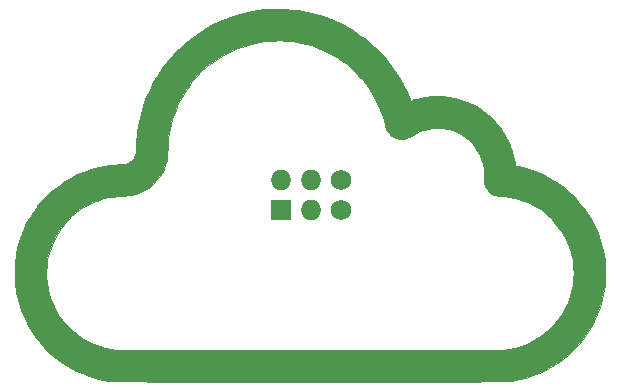
<source format=gbr>
%TF.GenerationSoftware,KiCad,Pcbnew,(6.0.4)*%
%TF.CreationDate,2022-04-09T23:45:41+02:00*%
%TF.ProjectId,cloud,636c6f75-642e-46b6-9963-61645f706362,rev?*%
%TF.SameCoordinates,Original*%
%TF.FileFunction,Soldermask,Top*%
%TF.FilePolarity,Negative*%
%FSLAX46Y46*%
G04 Gerber Fmt 4.6, Leading zero omitted, Abs format (unit mm)*
G04 Created by KiCad (PCBNEW (6.0.4)) date 2022-04-09 23:45:41*
%MOMM*%
%LPD*%
G01*
G04 APERTURE LIST*
%ADD10C,0.010000*%
%ADD11O,1.727200X1.727200*%
%ADD12R,1.727200X1.727200*%
%ADD13C,1.727200*%
G04 APERTURE END LIST*
%TO.C,Ne*%
G36*
X-24985335Y-6169495D02*
G01*
X-24982170Y-6007205D01*
X-24976799Y-5864307D01*
X-24968683Y-5733155D01*
X-24957284Y-5606104D01*
X-24942063Y-5475507D01*
X-24922480Y-5333719D01*
X-24897999Y-5173094D01*
X-24879824Y-5058833D01*
X-24773682Y-4516213D01*
X-24629923Y-3969397D01*
X-24451413Y-3426564D01*
X-24241022Y-2895891D01*
X-24001615Y-2385556D01*
X-23830504Y-2066325D01*
X-23753589Y-1935742D01*
X-23657845Y-1781844D01*
X-23549447Y-1613855D01*
X-23434567Y-1441002D01*
X-23319379Y-1272506D01*
X-23210056Y-1117594D01*
X-23112772Y-985489D01*
X-23070937Y-931333D01*
X-22660345Y-444072D01*
X-22224413Y9765D01*
X-21763924Y429627D01*
X-21279655Y814964D01*
X-20772387Y1165226D01*
X-20242901Y1479864D01*
X-19691976Y1758328D01*
X-19120391Y2000067D01*
X-18700750Y2149669D01*
X-18263436Y2283588D01*
X-17837284Y2392079D01*
X-17411517Y2477098D01*
X-16975356Y2540602D01*
X-16518024Y2584548D01*
X-16199263Y2603792D01*
X-16018927Y2613039D01*
X-15874075Y2622440D01*
X-15757873Y2633176D01*
X-15663485Y2646428D01*
X-15584074Y2663377D01*
X-15512806Y2685203D01*
X-15442843Y2713089D01*
X-15369631Y2747106D01*
X-15193025Y2855879D01*
X-15039242Y2998086D01*
X-14913044Y3168875D01*
X-14860527Y3266065D01*
X-14811812Y3376741D01*
X-14776583Y3481965D01*
X-14752923Y3592183D01*
X-14738915Y3717842D01*
X-14732640Y3869385D01*
X-14731791Y3967346D01*
X-14724390Y4294319D01*
X-14703365Y4649448D01*
X-14669777Y5021185D01*
X-14624692Y5397984D01*
X-14569171Y5768297D01*
X-14562113Y5810250D01*
X-14496540Y6168511D01*
X-14424686Y6505415D01*
X-14343155Y6834324D01*
X-14248553Y7168602D01*
X-14137484Y7521612D01*
X-14094441Y7651023D01*
X-13853115Y8301786D01*
X-13572558Y8938392D01*
X-13254133Y9558691D01*
X-12899202Y10160532D01*
X-12509129Y10741765D01*
X-12085278Y11300240D01*
X-11629012Y11833805D01*
X-11141695Y12340310D01*
X-11089205Y12391424D01*
X-10557135Y12877491D01*
X-10002480Y13327973D01*
X-9426230Y13742384D01*
X-8829374Y14120236D01*
X-8212902Y14461043D01*
X-7577804Y14764316D01*
X-6925068Y15029571D01*
X-6255684Y15256318D01*
X-5570643Y15444071D01*
X-4870933Y15592344D01*
X-4444254Y15662187D01*
X-3873760Y15729292D01*
X-3281837Y15768260D01*
X-2678665Y15779114D01*
X-2074421Y15761879D01*
X-1479285Y15716579D01*
X-973667Y15653887D01*
X-270886Y15528794D01*
X418104Y15364156D01*
X1091989Y15160883D01*
X1749457Y14919882D01*
X2389194Y14642062D01*
X3009887Y14328331D01*
X3610223Y13979598D01*
X4188888Y13596771D01*
X4744569Y13180758D01*
X5275954Y12732467D01*
X5781727Y12252808D01*
X6260577Y11742688D01*
X6711190Y11203015D01*
X7132253Y10634699D01*
X7522452Y10038648D01*
X7780043Y9599103D01*
X7885713Y9403972D01*
X7995446Y9190467D01*
X8105247Y8967137D01*
X8211122Y8742530D01*
X8309076Y8525195D01*
X8395116Y8323682D01*
X8465246Y8146539D01*
X8488562Y8082690D01*
X8515830Y8005630D01*
X8634123Y8046707D01*
X8849868Y8114333D01*
X9096249Y8179111D01*
X9361569Y8238621D01*
X9634133Y8290447D01*
X9902246Y8332168D01*
X10154210Y8361368D01*
X10157060Y8361629D01*
X10324694Y8372700D01*
X10520917Y8378615D01*
X10735509Y8379634D01*
X10958250Y8376019D01*
X11178921Y8368028D01*
X11387302Y8355922D01*
X11573173Y8339960D01*
X11716417Y8321955D01*
X12251388Y8219172D01*
X12767534Y8078487D01*
X13265004Y7899838D01*
X13743949Y7683165D01*
X14204522Y7428408D01*
X14632455Y7145858D01*
X15019635Y6844279D01*
X15389825Y6507607D01*
X15738249Y6141280D01*
X16060129Y5750737D01*
X16350690Y5341419D01*
X16605153Y4918764D01*
X16632539Y4868333D01*
X16811092Y4505919D01*
X16971589Y4120284D01*
X17110211Y3722671D01*
X17223136Y3324317D01*
X17306544Y2936464D01*
X17323300Y2836333D01*
X17338890Y2736728D01*
X17353033Y2646296D01*
X17363811Y2577297D01*
X17368164Y2549358D01*
X17374586Y2518890D01*
X17387974Y2497970D01*
X17416585Y2482513D01*
X17468674Y2468435D01*
X17552499Y2451651D01*
X17573821Y2447606D01*
X18046508Y2342450D01*
X18529744Y2205178D01*
X19013721Y2039484D01*
X19488632Y1849064D01*
X19944667Y1637615D01*
X20372020Y1408831D01*
X20447000Y1364991D01*
X20981255Y1024311D01*
X21486345Y653802D01*
X21961399Y254847D01*
X22405550Y-171169D01*
X22817928Y-622860D01*
X23197662Y-1098843D01*
X23543884Y-1597732D01*
X23855725Y-2118143D01*
X24132314Y-2658691D01*
X24372783Y-3217992D01*
X24576263Y-3794660D01*
X24741883Y-4387312D01*
X24868775Y-4994562D01*
X24956069Y-5615026D01*
X24978563Y-5852583D01*
X24986563Y-5986903D01*
X24991692Y-6153539D01*
X24994096Y-6344230D01*
X24993922Y-6550715D01*
X24991316Y-6764734D01*
X24986424Y-6978027D01*
X24979394Y-7182334D01*
X24970371Y-7369394D01*
X24959501Y-7530946D01*
X24946932Y-7658731D01*
X24946483Y-7662333D01*
X24846921Y-8289511D01*
X24708180Y-8902069D01*
X24530972Y-9498734D01*
X24316005Y-10078231D01*
X24063989Y-10639284D01*
X23775633Y-11180619D01*
X23451647Y-11700962D01*
X23092741Y-12199037D01*
X22699624Y-12673570D01*
X22273005Y-13123287D01*
X21813596Y-13546912D01*
X21547667Y-13767948D01*
X21046690Y-14142539D01*
X20526107Y-14479772D01*
X19986941Y-14779257D01*
X19430215Y-15040603D01*
X18856953Y-15263419D01*
X18268177Y-15447315D01*
X17664912Y-15591900D01*
X17048182Y-15696781D01*
X16419009Y-15761570D01*
X16308917Y-15768685D01*
X16268357Y-15769824D01*
X16186736Y-15770926D01*
X16065324Y-15771992D01*
X15905390Y-15773021D01*
X15708204Y-15774014D01*
X15475036Y-15774970D01*
X15207156Y-15775890D01*
X14905832Y-15776773D01*
X14572337Y-15777620D01*
X14207938Y-15778432D01*
X13813906Y-15779207D01*
X13391510Y-15779946D01*
X12942021Y-15780649D01*
X12466708Y-15781316D01*
X11966841Y-15781947D01*
X11443689Y-15782542D01*
X10898523Y-15783102D01*
X10332613Y-15783626D01*
X9747227Y-15784114D01*
X9143637Y-15784567D01*
X8523111Y-15784984D01*
X7886919Y-15785366D01*
X7236332Y-15785712D01*
X6572619Y-15786023D01*
X5897049Y-15786298D01*
X5210893Y-15786539D01*
X4515421Y-15786744D01*
X3811902Y-15786914D01*
X3101605Y-15787049D01*
X2385802Y-15787149D01*
X1665761Y-15787215D01*
X942752Y-15787245D01*
X218045Y-15787240D01*
X-507089Y-15787201D01*
X-1231382Y-15787127D01*
X-1953564Y-15787018D01*
X-2672364Y-15786875D01*
X-3386513Y-15786697D01*
X-4094742Y-15786485D01*
X-4795779Y-15786239D01*
X-5488357Y-15785958D01*
X-6171204Y-15785642D01*
X-6843051Y-15785293D01*
X-7502628Y-15784909D01*
X-8148666Y-15784492D01*
X-8779894Y-15784040D01*
X-9395043Y-15783554D01*
X-9992844Y-15783034D01*
X-10572025Y-15782481D01*
X-11131318Y-15781893D01*
X-11669453Y-15781272D01*
X-12185159Y-15780617D01*
X-12677168Y-15779929D01*
X-13144209Y-15779207D01*
X-13585013Y-15778451D01*
X-13998309Y-15777662D01*
X-14382829Y-15776840D01*
X-14737301Y-15775984D01*
X-15060457Y-15775095D01*
X-15351027Y-15774173D01*
X-15607740Y-15773217D01*
X-15829328Y-15772229D01*
X-16014519Y-15771207D01*
X-16162045Y-15770152D01*
X-16270636Y-15769065D01*
X-16339022Y-15767944D01*
X-16361833Y-15767168D01*
X-16974147Y-15710158D01*
X-17575137Y-15613269D01*
X-18163351Y-15477787D01*
X-18737338Y-15305000D01*
X-19295646Y-15096194D01*
X-19836825Y-14852656D01*
X-20359424Y-14575674D01*
X-20861990Y-14266533D01*
X-21343072Y-13926520D01*
X-21801220Y-13556923D01*
X-22234981Y-13159028D01*
X-22642904Y-12734122D01*
X-23023539Y-12283492D01*
X-23375433Y-11808424D01*
X-23697136Y-11310207D01*
X-23987196Y-10790125D01*
X-24244161Y-10249466D01*
X-24466581Y-9689518D01*
X-24653004Y-9111566D01*
X-24801979Y-8516897D01*
X-24858312Y-8233833D01*
X-24891918Y-8043926D01*
X-24919290Y-7873038D01*
X-24941034Y-7713415D01*
X-24957754Y-7557303D01*
X-24970057Y-7396948D01*
X-24978547Y-7224595D01*
X-24983831Y-7032492D01*
X-24986512Y-6812883D01*
X-24987202Y-6582833D01*
X-24986951Y-6430408D01*
X-22324770Y-6430408D01*
X-22316876Y-6932725D01*
X-22270451Y-7431723D01*
X-22185915Y-7925158D01*
X-22063688Y-8410785D01*
X-21904192Y-8886361D01*
X-21707846Y-9349641D01*
X-21475070Y-9798380D01*
X-21206287Y-10230336D01*
X-20901914Y-10643263D01*
X-20562375Y-11034916D01*
X-20415341Y-11186583D01*
X-20033060Y-11539402D01*
X-19626143Y-11859633D01*
X-19197175Y-12146061D01*
X-18748738Y-12397466D01*
X-18283415Y-12612630D01*
X-17803791Y-12790335D01*
X-17312448Y-12929363D01*
X-16811970Y-13028497D01*
X-16402646Y-13078626D01*
X-16368524Y-13079779D01*
X-16293328Y-13080900D01*
X-16178317Y-13081988D01*
X-16024752Y-13083044D01*
X-15833892Y-13084068D01*
X-15606997Y-13085059D01*
X-15345326Y-13086018D01*
X-15050138Y-13086943D01*
X-14722694Y-13087837D01*
X-14364252Y-13088697D01*
X-13976073Y-13089524D01*
X-13559415Y-13090319D01*
X-13115539Y-13091080D01*
X-12645704Y-13091808D01*
X-12151170Y-13092504D01*
X-11633196Y-13093165D01*
X-11093042Y-13093794D01*
X-10531967Y-13094389D01*
X-9951231Y-13094950D01*
X-9352093Y-13095478D01*
X-8735814Y-13095972D01*
X-8103652Y-13096432D01*
X-7456867Y-13096859D01*
X-6796719Y-13097251D01*
X-6124467Y-13097610D01*
X-5441371Y-13097934D01*
X-4748691Y-13098225D01*
X-4047686Y-13098481D01*
X-3339615Y-13098703D01*
X-2625738Y-13098890D01*
X-1907315Y-13099043D01*
X-1185605Y-13099161D01*
X-461868Y-13099245D01*
X262636Y-13099294D01*
X986648Y-13099308D01*
X1708909Y-13099288D01*
X2428159Y-13099232D01*
X3143138Y-13099141D01*
X3852587Y-13099016D01*
X4555246Y-13098855D01*
X5249856Y-13098659D01*
X5935157Y-13098427D01*
X6609889Y-13098160D01*
X7272793Y-13097858D01*
X7922610Y-13097520D01*
X8558079Y-13097146D01*
X9177941Y-13096737D01*
X9780937Y-13096291D01*
X10365808Y-13095810D01*
X10931292Y-13095293D01*
X11476132Y-13094740D01*
X11999067Y-13094151D01*
X12498838Y-13093525D01*
X12974185Y-13092864D01*
X13423848Y-13092165D01*
X13846569Y-13091431D01*
X14241087Y-13090660D01*
X14606144Y-13089852D01*
X14940478Y-13089008D01*
X15242832Y-13088127D01*
X15511945Y-13087209D01*
X15746557Y-13086254D01*
X15945410Y-13085262D01*
X16107243Y-13084233D01*
X16230797Y-13083167D01*
X16314812Y-13082063D01*
X16358030Y-13080923D01*
X16361833Y-13080676D01*
X16876548Y-13015264D01*
X17379099Y-12910347D01*
X17867700Y-12767446D01*
X18340565Y-12588081D01*
X18795905Y-12373770D01*
X19231936Y-12126034D01*
X19646869Y-11846392D01*
X20038920Y-11536365D01*
X20406300Y-11197472D01*
X20747223Y-10831233D01*
X21059903Y-10439167D01*
X21342553Y-10022795D01*
X21593387Y-9583636D01*
X21810616Y-9123210D01*
X21992456Y-8643036D01*
X22129684Y-8174378D01*
X22236961Y-7663475D01*
X22302624Y-7146508D01*
X22326648Y-6625305D01*
X22309010Y-6101693D01*
X22249687Y-5577502D01*
X22168819Y-5143500D01*
X22126541Y-4972850D01*
X22069938Y-4776142D01*
X22003076Y-4565452D01*
X21930020Y-4352851D01*
X21854834Y-4150415D01*
X21781585Y-3970215D01*
X21749085Y-3896859D01*
X21514604Y-3431939D01*
X21249395Y-2994664D01*
X20950968Y-2581463D01*
X20616835Y-2188766D01*
X20405206Y-1968500D01*
X20020163Y-1612345D01*
X19616460Y-1293675D01*
X19191877Y-1010965D01*
X18744195Y-762690D01*
X18444666Y-621220D01*
X18053859Y-462055D01*
X17663981Y-331845D01*
X17266471Y-228517D01*
X16852771Y-149997D01*
X16414322Y-94212D01*
X16188045Y-74563D01*
X16005825Y-59291D01*
X15858002Y-42482D01*
X15736643Y-22291D01*
X15633814Y3126D01*
X15541580Y35615D01*
X15452008Y77021D01*
X15388167Y111439D01*
X15279492Y185746D01*
X15163422Y286933D01*
X15050815Y403683D01*
X14952527Y524678D01*
X14879415Y638603D01*
X14875746Y645583D01*
X14829973Y738192D01*
X14794441Y822578D01*
X14767961Y906063D01*
X14749342Y995969D01*
X14737393Y1099618D01*
X14730923Y1224332D01*
X14728743Y1377432D01*
X14729460Y1545167D01*
X14729691Y1761960D01*
X14725891Y1942896D01*
X14717810Y2094284D01*
X14705195Y2222433D01*
X14701271Y2251805D01*
X14623458Y2657139D01*
X14507849Y3046151D01*
X14356287Y3416842D01*
X14170611Y3767216D01*
X13952666Y4095273D01*
X13704291Y4399016D01*
X13427328Y4676447D01*
X13123621Y4925567D01*
X12795009Y5144378D01*
X12443334Y5330883D01*
X12070439Y5483083D01*
X11678165Y5598980D01*
X11599333Y5617232D01*
X11198271Y5684806D01*
X10797763Y5710331D01*
X10399259Y5694082D01*
X10004209Y5636335D01*
X9614062Y5537366D01*
X9230270Y5397449D01*
X8854282Y5216859D01*
X8553717Y5039200D01*
X8425501Y4958504D01*
X8321627Y4898137D01*
X8232209Y4853519D01*
X8147362Y4820065D01*
X8057201Y4793194D01*
X7985640Y4775848D01*
X7755580Y4744572D01*
X7527151Y4754176D01*
X7304914Y4803308D01*
X7093430Y4890614D01*
X6897259Y5014743D01*
X6752568Y5141501D01*
X6664963Y5235547D01*
X6592314Y5328900D01*
X6531024Y5428979D01*
X6477496Y5543204D01*
X6428134Y5678993D01*
X6379339Y5843768D01*
X6341120Y5990167D01*
X6165379Y6605212D01*
X5951782Y7201539D01*
X5700589Y7778632D01*
X5412057Y8335978D01*
X5086447Y8873061D01*
X4724016Y9389368D01*
X4460228Y9724008D01*
X4385263Y9811361D01*
X4286923Y9920646D01*
X4172241Y10044346D01*
X4048250Y10174940D01*
X3921985Y10304910D01*
X3833723Y10393771D01*
X3464665Y10745395D01*
X3097206Y11061888D01*
X2722984Y11349262D01*
X2333635Y11613531D01*
X1920794Y11860708D01*
X1476099Y12096805D01*
X1439333Y12115177D01*
X875245Y12375242D01*
X310214Y12593949D01*
X-259347Y12772192D01*
X-837026Y12910865D01*
X-1426411Y13010860D01*
X-2031089Y13073071D01*
X-2497667Y13095494D01*
X-3123235Y13090783D01*
X-3741699Y13044869D01*
X-4351477Y12958521D01*
X-4950986Y12832507D01*
X-5538642Y12667597D01*
X-6112863Y12464559D01*
X-6672066Y12224162D01*
X-7214668Y11947174D01*
X-7739085Y11634366D01*
X-8243735Y11286505D01*
X-8727036Y10904360D01*
X-9187403Y10488700D01*
X-9623254Y10040294D01*
X-10033006Y9559910D01*
X-10188170Y9360394D01*
X-10536580Y8865745D01*
X-10852799Y8345401D01*
X-11135213Y7802945D01*
X-11382207Y7241957D01*
X-11592168Y6666019D01*
X-11763483Y6078713D01*
X-11864015Y5640917D01*
X-11908484Y5409101D01*
X-11945790Y5183510D01*
X-11976864Y4955763D01*
X-12002636Y4717479D01*
X-12024037Y4460277D01*
X-12041997Y4175775D01*
X-12054355Y3926417D01*
X-12063926Y3722548D01*
X-12072950Y3554670D01*
X-12081994Y3416452D01*
X-12091623Y3301566D01*
X-12102403Y3203683D01*
X-12114899Y3116475D01*
X-12129678Y3033611D01*
X-12137730Y2993613D01*
X-12238763Y2608509D01*
X-12377476Y2239877D01*
X-12551778Y1890056D01*
X-12759576Y1561386D01*
X-12998780Y1256207D01*
X-13267297Y976858D01*
X-13563037Y725680D01*
X-13883908Y505013D01*
X-14227817Y317196D01*
X-14592675Y164569D01*
X-14698983Y128238D01*
X-14877660Y74133D01*
X-15050632Y30973D01*
X-15227151Y-2699D01*
X-15416472Y-28336D01*
X-15627847Y-47396D01*
X-15870530Y-61332D01*
X-15917333Y-63370D01*
X-16326937Y-88140D01*
X-16704652Y-127682D01*
X-17058812Y-183565D01*
X-17397750Y-257357D01*
X-17729799Y-350626D01*
X-18063292Y-464942D01*
X-18076129Y-469731D01*
X-18555661Y-669756D01*
X-19008755Y-901633D01*
X-19438256Y-1167193D01*
X-19847004Y-1468271D01*
X-20237844Y-1806701D01*
X-20415580Y-1978606D01*
X-20772536Y-2363183D01*
X-21091428Y-2765012D01*
X-21373743Y-3186253D01*
X-21620969Y-3629067D01*
X-21771552Y-3947583D01*
X-21962622Y-4432832D01*
X-22113058Y-4925984D01*
X-22223281Y-5424793D01*
X-22293712Y-5927016D01*
X-22324770Y-6430408D01*
X-24986951Y-6430408D01*
X-24986833Y-6358822D01*
X-24985335Y-6169495D01*
G37*
D10*
X-24985335Y-6169495D02*
X-24982170Y-6007205D01*
X-24976799Y-5864307D01*
X-24968683Y-5733155D01*
X-24957284Y-5606104D01*
X-24942063Y-5475507D01*
X-24922480Y-5333719D01*
X-24897999Y-5173094D01*
X-24879824Y-5058833D01*
X-24773682Y-4516213D01*
X-24629923Y-3969397D01*
X-24451413Y-3426564D01*
X-24241022Y-2895891D01*
X-24001615Y-2385556D01*
X-23830504Y-2066325D01*
X-23753589Y-1935742D01*
X-23657845Y-1781844D01*
X-23549447Y-1613855D01*
X-23434567Y-1441002D01*
X-23319379Y-1272506D01*
X-23210056Y-1117594D01*
X-23112772Y-985489D01*
X-23070937Y-931333D01*
X-22660345Y-444072D01*
X-22224413Y9765D01*
X-21763924Y429627D01*
X-21279655Y814964D01*
X-20772387Y1165226D01*
X-20242901Y1479864D01*
X-19691976Y1758328D01*
X-19120391Y2000067D01*
X-18700750Y2149669D01*
X-18263436Y2283588D01*
X-17837284Y2392079D01*
X-17411517Y2477098D01*
X-16975356Y2540602D01*
X-16518024Y2584548D01*
X-16199263Y2603792D01*
X-16018927Y2613039D01*
X-15874075Y2622440D01*
X-15757873Y2633176D01*
X-15663485Y2646428D01*
X-15584074Y2663377D01*
X-15512806Y2685203D01*
X-15442843Y2713089D01*
X-15369631Y2747106D01*
X-15193025Y2855879D01*
X-15039242Y2998086D01*
X-14913044Y3168875D01*
X-14860527Y3266065D01*
X-14811812Y3376741D01*
X-14776583Y3481965D01*
X-14752923Y3592183D01*
X-14738915Y3717842D01*
X-14732640Y3869385D01*
X-14731791Y3967346D01*
X-14724390Y4294319D01*
X-14703365Y4649448D01*
X-14669777Y5021185D01*
X-14624692Y5397984D01*
X-14569171Y5768297D01*
X-14562113Y5810250D01*
X-14496540Y6168511D01*
X-14424686Y6505415D01*
X-14343155Y6834324D01*
X-14248553Y7168602D01*
X-14137484Y7521612D01*
X-14094441Y7651023D01*
X-13853115Y8301786D01*
X-13572558Y8938392D01*
X-13254133Y9558691D01*
X-12899202Y10160532D01*
X-12509129Y10741765D01*
X-12085278Y11300240D01*
X-11629012Y11833805D01*
X-11141695Y12340310D01*
X-11089205Y12391424D01*
X-10557135Y12877491D01*
X-10002480Y13327973D01*
X-9426230Y13742384D01*
X-8829374Y14120236D01*
X-8212902Y14461043D01*
X-7577804Y14764316D01*
X-6925068Y15029571D01*
X-6255684Y15256318D01*
X-5570643Y15444071D01*
X-4870933Y15592344D01*
X-4444254Y15662187D01*
X-3873760Y15729292D01*
X-3281837Y15768260D01*
X-2678665Y15779114D01*
X-2074421Y15761879D01*
X-1479285Y15716579D01*
X-973667Y15653887D01*
X-270886Y15528794D01*
X418104Y15364156D01*
X1091989Y15160883D01*
X1749457Y14919882D01*
X2389194Y14642062D01*
X3009887Y14328331D01*
X3610223Y13979598D01*
X4188888Y13596771D01*
X4744569Y13180758D01*
X5275954Y12732467D01*
X5781727Y12252808D01*
X6260577Y11742688D01*
X6711190Y11203015D01*
X7132253Y10634699D01*
X7522452Y10038648D01*
X7780043Y9599103D01*
X7885713Y9403972D01*
X7995446Y9190467D01*
X8105247Y8967137D01*
X8211122Y8742530D01*
X8309076Y8525195D01*
X8395116Y8323682D01*
X8465246Y8146539D01*
X8488562Y8082690D01*
X8515830Y8005630D01*
X8634123Y8046707D01*
X8849868Y8114333D01*
X9096249Y8179111D01*
X9361569Y8238621D01*
X9634133Y8290447D01*
X9902246Y8332168D01*
X10154210Y8361368D01*
X10157060Y8361629D01*
X10324694Y8372700D01*
X10520917Y8378615D01*
X10735509Y8379634D01*
X10958250Y8376019D01*
X11178921Y8368028D01*
X11387302Y8355922D01*
X11573173Y8339960D01*
X11716417Y8321955D01*
X12251388Y8219172D01*
X12767534Y8078487D01*
X13265004Y7899838D01*
X13743949Y7683165D01*
X14204522Y7428408D01*
X14632455Y7145858D01*
X15019635Y6844279D01*
X15389825Y6507607D01*
X15738249Y6141280D01*
X16060129Y5750737D01*
X16350690Y5341419D01*
X16605153Y4918764D01*
X16632539Y4868333D01*
X16811092Y4505919D01*
X16971589Y4120284D01*
X17110211Y3722671D01*
X17223136Y3324317D01*
X17306544Y2936464D01*
X17323300Y2836333D01*
X17338890Y2736728D01*
X17353033Y2646296D01*
X17363811Y2577297D01*
X17368164Y2549358D01*
X17374586Y2518890D01*
X17387974Y2497970D01*
X17416585Y2482513D01*
X17468674Y2468435D01*
X17552499Y2451651D01*
X17573821Y2447606D01*
X18046508Y2342450D01*
X18529744Y2205178D01*
X19013721Y2039484D01*
X19488632Y1849064D01*
X19944667Y1637615D01*
X20372020Y1408831D01*
X20447000Y1364991D01*
X20981255Y1024311D01*
X21486345Y653802D01*
X21961399Y254847D01*
X22405550Y-171169D01*
X22817928Y-622860D01*
X23197662Y-1098843D01*
X23543884Y-1597732D01*
X23855725Y-2118143D01*
X24132314Y-2658691D01*
X24372783Y-3217992D01*
X24576263Y-3794660D01*
X24741883Y-4387312D01*
X24868775Y-4994562D01*
X24956069Y-5615026D01*
X24978563Y-5852583D01*
X24986563Y-5986903D01*
X24991692Y-6153539D01*
X24994096Y-6344230D01*
X24993922Y-6550715D01*
X24991316Y-6764734D01*
X24986424Y-6978027D01*
X24979394Y-7182334D01*
X24970371Y-7369394D01*
X24959501Y-7530946D01*
X24946932Y-7658731D01*
X24946483Y-7662333D01*
X24846921Y-8289511D01*
X24708180Y-8902069D01*
X24530972Y-9498734D01*
X24316005Y-10078231D01*
X24063989Y-10639284D01*
X23775633Y-11180619D01*
X23451647Y-11700962D01*
X23092741Y-12199037D01*
X22699624Y-12673570D01*
X22273005Y-13123287D01*
X21813596Y-13546912D01*
X21547667Y-13767948D01*
X21046690Y-14142539D01*
X20526107Y-14479772D01*
X19986941Y-14779257D01*
X19430215Y-15040603D01*
X18856953Y-15263419D01*
X18268177Y-15447315D01*
X17664912Y-15591900D01*
X17048182Y-15696781D01*
X16419009Y-15761570D01*
X16308917Y-15768685D01*
X16268357Y-15769824D01*
X16186736Y-15770926D01*
X16065324Y-15771992D01*
X15905390Y-15773021D01*
X15708204Y-15774014D01*
X15475036Y-15774970D01*
X15207156Y-15775890D01*
X14905832Y-15776773D01*
X14572337Y-15777620D01*
X14207938Y-15778432D01*
X13813906Y-15779207D01*
X13391510Y-15779946D01*
X12942021Y-15780649D01*
X12466708Y-15781316D01*
X11966841Y-15781947D01*
X11443689Y-15782542D01*
X10898523Y-15783102D01*
X10332613Y-15783626D01*
X9747227Y-15784114D01*
X9143637Y-15784567D01*
X8523111Y-15784984D01*
X7886919Y-15785366D01*
X7236332Y-15785712D01*
X6572619Y-15786023D01*
X5897049Y-15786298D01*
X5210893Y-15786539D01*
X4515421Y-15786744D01*
X3811902Y-15786914D01*
X3101605Y-15787049D01*
X2385802Y-15787149D01*
X1665761Y-15787215D01*
X942752Y-15787245D01*
X218045Y-15787240D01*
X-507089Y-15787201D01*
X-1231382Y-15787127D01*
X-1953564Y-15787018D01*
X-2672364Y-15786875D01*
X-3386513Y-15786697D01*
X-4094742Y-15786485D01*
X-4795779Y-15786239D01*
X-5488357Y-15785958D01*
X-6171204Y-15785642D01*
X-6843051Y-15785293D01*
X-7502628Y-15784909D01*
X-8148666Y-15784492D01*
X-8779894Y-15784040D01*
X-9395043Y-15783554D01*
X-9992844Y-15783034D01*
X-10572025Y-15782481D01*
X-11131318Y-15781893D01*
X-11669453Y-15781272D01*
X-12185159Y-15780617D01*
X-12677168Y-15779929D01*
X-13144209Y-15779207D01*
X-13585013Y-15778451D01*
X-13998309Y-15777662D01*
X-14382829Y-15776840D01*
X-14737301Y-15775984D01*
X-15060457Y-15775095D01*
X-15351027Y-15774173D01*
X-15607740Y-15773217D01*
X-15829328Y-15772229D01*
X-16014519Y-15771207D01*
X-16162045Y-15770152D01*
X-16270636Y-15769065D01*
X-16339022Y-15767944D01*
X-16361833Y-15767168D01*
X-16974147Y-15710158D01*
X-17575137Y-15613269D01*
X-18163351Y-15477787D01*
X-18737338Y-15305000D01*
X-19295646Y-15096194D01*
X-19836825Y-14852656D01*
X-20359424Y-14575674D01*
X-20861990Y-14266533D01*
X-21343072Y-13926520D01*
X-21801220Y-13556923D01*
X-22234981Y-13159028D01*
X-22642904Y-12734122D01*
X-23023539Y-12283492D01*
X-23375433Y-11808424D01*
X-23697136Y-11310207D01*
X-23987196Y-10790125D01*
X-24244161Y-10249466D01*
X-24466581Y-9689518D01*
X-24653004Y-9111566D01*
X-24801979Y-8516897D01*
X-24858312Y-8233833D01*
X-24891918Y-8043926D01*
X-24919290Y-7873038D01*
X-24941034Y-7713415D01*
X-24957754Y-7557303D01*
X-24970057Y-7396948D01*
X-24978547Y-7224595D01*
X-24983831Y-7032492D01*
X-24986512Y-6812883D01*
X-24987202Y-6582833D01*
X-24986951Y-6430408D01*
X-22324770Y-6430408D01*
X-22316876Y-6932725D01*
X-22270451Y-7431723D01*
X-22185915Y-7925158D01*
X-22063688Y-8410785D01*
X-21904192Y-8886361D01*
X-21707846Y-9349641D01*
X-21475070Y-9798380D01*
X-21206287Y-10230336D01*
X-20901914Y-10643263D01*
X-20562375Y-11034916D01*
X-20415341Y-11186583D01*
X-20033060Y-11539402D01*
X-19626143Y-11859633D01*
X-19197175Y-12146061D01*
X-18748738Y-12397466D01*
X-18283415Y-12612630D01*
X-17803791Y-12790335D01*
X-17312448Y-12929363D01*
X-16811970Y-13028497D01*
X-16402646Y-13078626D01*
X-16368524Y-13079779D01*
X-16293328Y-13080900D01*
X-16178317Y-13081988D01*
X-16024752Y-13083044D01*
X-15833892Y-13084068D01*
X-15606997Y-13085059D01*
X-15345326Y-13086018D01*
X-15050138Y-13086943D01*
X-14722694Y-13087837D01*
X-14364252Y-13088697D01*
X-13976073Y-13089524D01*
X-13559415Y-13090319D01*
X-13115539Y-13091080D01*
X-12645704Y-13091808D01*
X-12151170Y-13092504D01*
X-11633196Y-13093165D01*
X-11093042Y-13093794D01*
X-10531967Y-13094389D01*
X-9951231Y-13094950D01*
X-9352093Y-13095478D01*
X-8735814Y-13095972D01*
X-8103652Y-13096432D01*
X-7456867Y-13096859D01*
X-6796719Y-13097251D01*
X-6124467Y-13097610D01*
X-5441371Y-13097934D01*
X-4748691Y-13098225D01*
X-4047686Y-13098481D01*
X-3339615Y-13098703D01*
X-2625738Y-13098890D01*
X-1907315Y-13099043D01*
X-1185605Y-13099161D01*
X-461868Y-13099245D01*
X262636Y-13099294D01*
X986648Y-13099308D01*
X1708909Y-13099288D01*
X2428159Y-13099232D01*
X3143138Y-13099141D01*
X3852587Y-13099016D01*
X4555246Y-13098855D01*
X5249856Y-13098659D01*
X5935157Y-13098427D01*
X6609889Y-13098160D01*
X7272793Y-13097858D01*
X7922610Y-13097520D01*
X8558079Y-13097146D01*
X9177941Y-13096737D01*
X9780937Y-13096291D01*
X10365808Y-13095810D01*
X10931292Y-13095293D01*
X11476132Y-13094740D01*
X11999067Y-13094151D01*
X12498838Y-13093525D01*
X12974185Y-13092864D01*
X13423848Y-13092165D01*
X13846569Y-13091431D01*
X14241087Y-13090660D01*
X14606144Y-13089852D01*
X14940478Y-13089008D01*
X15242832Y-13088127D01*
X15511945Y-13087209D01*
X15746557Y-13086254D01*
X15945410Y-13085262D01*
X16107243Y-13084233D01*
X16230797Y-13083167D01*
X16314812Y-13082063D01*
X16358030Y-13080923D01*
X16361833Y-13080676D01*
X16876548Y-13015264D01*
X17379099Y-12910347D01*
X17867700Y-12767446D01*
X18340565Y-12588081D01*
X18795905Y-12373770D01*
X19231936Y-12126034D01*
X19646869Y-11846392D01*
X20038920Y-11536365D01*
X20406300Y-11197472D01*
X20747223Y-10831233D01*
X21059903Y-10439167D01*
X21342553Y-10022795D01*
X21593387Y-9583636D01*
X21810616Y-9123210D01*
X21992456Y-8643036D01*
X22129684Y-8174378D01*
X22236961Y-7663475D01*
X22302624Y-7146508D01*
X22326648Y-6625305D01*
X22309010Y-6101693D01*
X22249687Y-5577502D01*
X22168819Y-5143500D01*
X22126541Y-4972850D01*
X22069938Y-4776142D01*
X22003076Y-4565452D01*
X21930020Y-4352851D01*
X21854834Y-4150415D01*
X21781585Y-3970215D01*
X21749085Y-3896859D01*
X21514604Y-3431939D01*
X21249395Y-2994664D01*
X20950968Y-2581463D01*
X20616835Y-2188766D01*
X20405206Y-1968500D01*
X20020163Y-1612345D01*
X19616460Y-1293675D01*
X19191877Y-1010965D01*
X18744195Y-762690D01*
X18444666Y-621220D01*
X18053859Y-462055D01*
X17663981Y-331845D01*
X17266471Y-228517D01*
X16852771Y-149997D01*
X16414322Y-94212D01*
X16188045Y-74563D01*
X16005825Y-59291D01*
X15858002Y-42482D01*
X15736643Y-22291D01*
X15633814Y3126D01*
X15541580Y35615D01*
X15452008Y77021D01*
X15388167Y111439D01*
X15279492Y185746D01*
X15163422Y286933D01*
X15050815Y403683D01*
X14952527Y524678D01*
X14879415Y638603D01*
X14875746Y645583D01*
X14829973Y738192D01*
X14794441Y822578D01*
X14767961Y906063D01*
X14749342Y995969D01*
X14737393Y1099618D01*
X14730923Y1224332D01*
X14728743Y1377432D01*
X14729460Y1545167D01*
X14729691Y1761960D01*
X14725891Y1942896D01*
X14717810Y2094284D01*
X14705195Y2222433D01*
X14701271Y2251805D01*
X14623458Y2657139D01*
X14507849Y3046151D01*
X14356287Y3416842D01*
X14170611Y3767216D01*
X13952666Y4095273D01*
X13704291Y4399016D01*
X13427328Y4676447D01*
X13123621Y4925567D01*
X12795009Y5144378D01*
X12443334Y5330883D01*
X12070439Y5483083D01*
X11678165Y5598980D01*
X11599333Y5617232D01*
X11198271Y5684806D01*
X10797763Y5710331D01*
X10399259Y5694082D01*
X10004209Y5636335D01*
X9614062Y5537366D01*
X9230270Y5397449D01*
X8854282Y5216859D01*
X8553717Y5039200D01*
X8425501Y4958504D01*
X8321627Y4898137D01*
X8232209Y4853519D01*
X8147362Y4820065D01*
X8057201Y4793194D01*
X7985640Y4775848D01*
X7755580Y4744572D01*
X7527151Y4754176D01*
X7304914Y4803308D01*
X7093430Y4890614D01*
X6897259Y5014743D01*
X6752568Y5141501D01*
X6664963Y5235547D01*
X6592314Y5328900D01*
X6531024Y5428979D01*
X6477496Y5543204D01*
X6428134Y5678993D01*
X6379339Y5843768D01*
X6341120Y5990167D01*
X6165379Y6605212D01*
X5951782Y7201539D01*
X5700589Y7778632D01*
X5412057Y8335978D01*
X5086447Y8873061D01*
X4724016Y9389368D01*
X4460228Y9724008D01*
X4385263Y9811361D01*
X4286923Y9920646D01*
X4172241Y10044346D01*
X4048250Y10174940D01*
X3921985Y10304910D01*
X3833723Y10393771D01*
X3464665Y10745395D01*
X3097206Y11061888D01*
X2722984Y11349262D01*
X2333635Y11613531D01*
X1920794Y11860708D01*
X1476099Y12096805D01*
X1439333Y12115177D01*
X875245Y12375242D01*
X310214Y12593949D01*
X-259347Y12772192D01*
X-837026Y12910865D01*
X-1426411Y13010860D01*
X-2031089Y13073071D01*
X-2497667Y13095494D01*
X-3123235Y13090783D01*
X-3741699Y13044869D01*
X-4351477Y12958521D01*
X-4950986Y12832507D01*
X-5538642Y12667597D01*
X-6112863Y12464559D01*
X-6672066Y12224162D01*
X-7214668Y11947174D01*
X-7739085Y11634366D01*
X-8243735Y11286505D01*
X-8727036Y10904360D01*
X-9187403Y10488700D01*
X-9623254Y10040294D01*
X-10033006Y9559910D01*
X-10188170Y9360394D01*
X-10536580Y8865745D01*
X-10852799Y8345401D01*
X-11135213Y7802945D01*
X-11382207Y7241957D01*
X-11592168Y6666019D01*
X-11763483Y6078713D01*
X-11864015Y5640917D01*
X-11908484Y5409101D01*
X-11945790Y5183510D01*
X-11976864Y4955763D01*
X-12002636Y4717479D01*
X-12024037Y4460277D01*
X-12041997Y4175775D01*
X-12054355Y3926417D01*
X-12063926Y3722548D01*
X-12072950Y3554670D01*
X-12081994Y3416452D01*
X-12091623Y3301566D01*
X-12102403Y3203683D01*
X-12114899Y3116475D01*
X-12129678Y3033611D01*
X-12137730Y2993613D01*
X-12238763Y2608509D01*
X-12377476Y2239877D01*
X-12551778Y1890056D01*
X-12759576Y1561386D01*
X-12998780Y1256207D01*
X-13267297Y976858D01*
X-13563037Y725680D01*
X-13883908Y505013D01*
X-14227817Y317196D01*
X-14592675Y164569D01*
X-14698983Y128238D01*
X-14877660Y74133D01*
X-15050632Y30973D01*
X-15227151Y-2699D01*
X-15416472Y-28336D01*
X-15627847Y-47396D01*
X-15870530Y-61332D01*
X-15917333Y-63370D01*
X-16326937Y-88140D01*
X-16704652Y-127682D01*
X-17058812Y-183565D01*
X-17397750Y-257357D01*
X-17729799Y-350626D01*
X-18063292Y-464942D01*
X-18076129Y-469731D01*
X-18555661Y-669756D01*
X-19008755Y-901633D01*
X-19438256Y-1167193D01*
X-19847004Y-1468271D01*
X-20237844Y-1806701D01*
X-20415580Y-1978606D01*
X-20772536Y-2363183D01*
X-21091428Y-2765012D01*
X-21373743Y-3186253D01*
X-21620969Y-3629067D01*
X-21771552Y-3947583D01*
X-21962622Y-4432832D01*
X-22113058Y-4925984D01*
X-22223281Y-5424793D01*
X-22293712Y-5927016D01*
X-22324770Y-6430408D01*
X-24986951Y-6430408D01*
X-24986833Y-6358822D01*
X-24985335Y-6169495D01*
%TD*%
D11*
%TO.C,X1*%
X-2480000Y1250000D03*
D12*
X-2480000Y-1290000D03*
D11*
X60000Y1250000D03*
X60000Y-1290000D03*
D13*
X2600000Y1250000D03*
X2600000Y-1290000D03*
%TD*%
M02*

</source>
